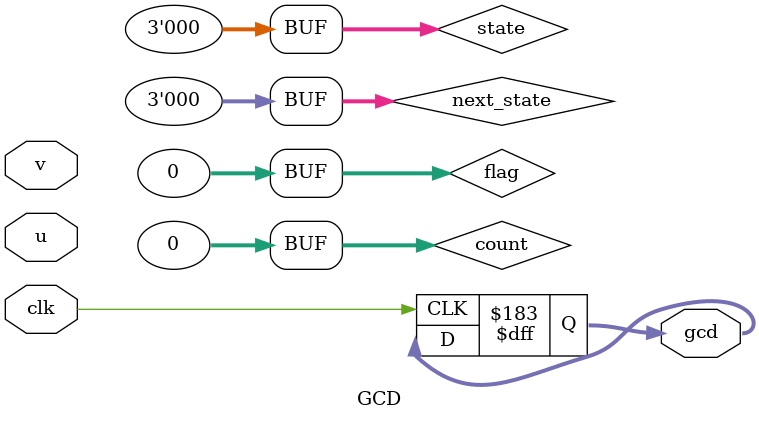
<source format=v>
module GCD(input[7:0] u,
		   input[7:0] v,
		   input clk,
		   output[7:0] gcd);
reg[7:0] gcd;
integer count;
integer flag;
reg [7:0] x, y;
reg[2:0] state, next_state;
initial begin
	state = 0;
	next_state = 0;
	count = 0;
	flag =0;
end
always @(u or v) begin
	state = 0;
	next_state = 0;
	count = 0;
	flag = 0;
end
always @(posedge clk)
begin

	state = next_state;
	case(state)
	0: begin
		x = u;
		y = v;
	end
	1: begin
		count = count+1;
		x = x >> 1;
		y = y >> 1;
	end
	2: begin
		x = x >> 1;
	end
	3: begin
		y = y >> 1;
	end
	4: begin
		if (x < y) begin
			y = (y-x) >> 1;
		end
		else begin
			x = (x-y) >> 1;
		end
	end
	5: begin
		if(count == 0)begin

			gcd =x;

			if(flag ==0 )  begin
				$display($time," input: u: %d , v: %d, gcd: %d",u,v,gcd);
				flag = 1;
			end
		end
		else if(count > 0) begin
			count  = count - 1;
			x = x << 1;
			y = y << 1;
		end
	end	
	endcase
end


always @(x, y) begin
	if(x == y) begin
		next_state = 5;
	end 
	else if(x[0] == 0 && y[0] == 0) begin
		next_state = 1;
	end
	else if(x[0] == 0 && y[0] == 1) begin
		next_state = 2;
	end
	else if(x[0] == 1 && y[0] == 0) begin
		next_state = 3;
	end
	else if(x[0] == 1 && y[0] == 1) begin
		next_state = 4;
	end
	
end
endmodule
</source>
